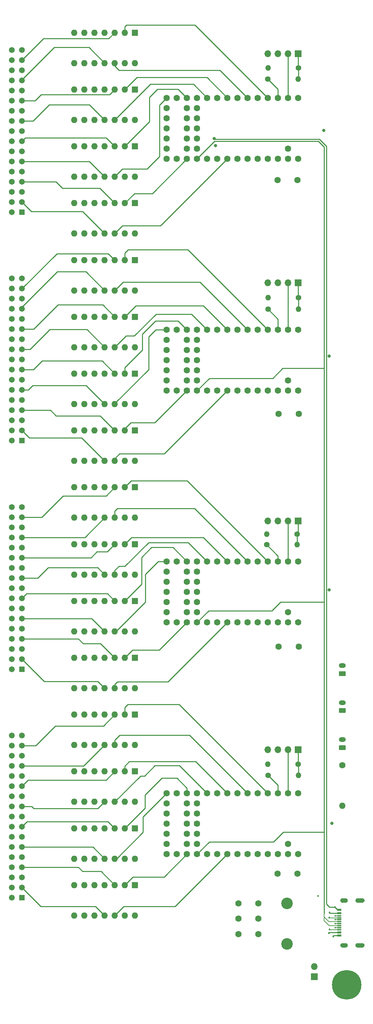
<source format=gbr>
G04 #@! TF.GenerationSoftware,KiCad,Pcbnew,(6.0.4-0)*
G04 #@! TF.CreationDate,2023-02-13T16:27:07-08:00*
G04 #@! TF.ProjectId,widaq-magis-ssr-v2b,77696461-712d-46d6-9167-69732d737372,rev?*
G04 #@! TF.SameCoordinates,Original*
G04 #@! TF.FileFunction,Copper,L1,Top*
G04 #@! TF.FilePolarity,Positive*
%FSLAX46Y46*%
G04 Gerber Fmt 4.6, Leading zero omitted, Abs format (unit mm)*
G04 Created by KiCad (PCBNEW (6.0.4-0)) date 2023-02-13 16:27:07*
%MOMM*%
%LPD*%
G01*
G04 APERTURE LIST*
G04 Aperture macros list*
%AMRoundRect*
0 Rectangle with rounded corners*
0 $1 Rounding radius*
0 $2 $3 $4 $5 $6 $7 $8 $9 X,Y pos of 4 corners*
0 Add a 4 corners polygon primitive as box body*
4,1,4,$2,$3,$4,$5,$6,$7,$8,$9,$2,$3,0*
0 Add four circle primitives for the rounded corners*
1,1,$1+$1,$2,$3*
1,1,$1+$1,$4,$5*
1,1,$1+$1,$6,$7*
1,1,$1+$1,$8,$9*
0 Add four rect primitives between the rounded corners*
20,1,$1+$1,$2,$3,$4,$5,0*
20,1,$1+$1,$4,$5,$6,$7,0*
20,1,$1+$1,$6,$7,$8,$9,0*
20,1,$1+$1,$8,$9,$2,$3,0*%
G04 Aperture macros list end*
G04 #@! TA.AperFunction,EtchedComponent*
%ADD10C,0.010000*%
G04 #@! TD*
G04 #@! TA.AperFunction,ComponentPad*
%ADD11R,1.600000X1.600000*%
G04 #@! TD*
G04 #@! TA.AperFunction,ComponentPad*
%ADD12O,1.600000X1.600000*%
G04 #@! TD*
G04 #@! TA.AperFunction,ComponentPad*
%ADD13RoundRect,0.250000X0.625000X-0.350000X0.625000X0.350000X-0.625000X0.350000X-0.625000X-0.350000X0*%
G04 #@! TD*
G04 #@! TA.AperFunction,ComponentPad*
%ADD14O,1.750000X1.200000*%
G04 #@! TD*
G04 #@! TA.AperFunction,ComponentPad*
%ADD15R,1.700000X1.700000*%
G04 #@! TD*
G04 #@! TA.AperFunction,ComponentPad*
%ADD16O,1.700000X1.700000*%
G04 #@! TD*
G04 #@! TA.AperFunction,ComponentPad*
%ADD17C,1.400000*%
G04 #@! TD*
G04 #@! TA.AperFunction,ComponentPad*
%ADD18O,1.400000X1.400000*%
G04 #@! TD*
G04 #@! TA.AperFunction,ComponentPad*
%ADD19C,1.600000*%
G04 #@! TD*
G04 #@! TA.AperFunction,ComponentPad*
%ADD20C,2.900000*%
G04 #@! TD*
G04 #@! TA.AperFunction,SMDPad,CuDef*
%ADD21R,1.100000X0.600000*%
G04 #@! TD*
G04 #@! TA.AperFunction,SMDPad,CuDef*
%ADD22R,1.100000X0.300000*%
G04 #@! TD*
G04 #@! TA.AperFunction,ComponentPad*
%ADD23O,2.000000X1.000000*%
G04 #@! TD*
G04 #@! TA.AperFunction,ComponentPad*
%ADD24O,1.800000X0.900000*%
G04 #@! TD*
G04 #@! TA.AperFunction,ComponentPad*
%ADD25R,1.473200X1.473200*%
G04 #@! TD*
G04 #@! TA.AperFunction,ComponentPad*
%ADD26C,1.473200*%
G04 #@! TD*
G04 #@! TA.AperFunction,ComponentPad*
%ADD27C,7.400000*%
G04 #@! TD*
G04 #@! TA.AperFunction,ComponentPad*
%ADD28C,0.800000*%
G04 #@! TD*
G04 #@! TA.AperFunction,ViaPad*
%ADD29C,0.457200*%
G04 #@! TD*
G04 #@! TA.AperFunction,ViaPad*
%ADD30C,0.800000*%
G04 #@! TD*
G04 #@! TA.AperFunction,ViaPad*
%ADD31C,0.400000*%
G04 #@! TD*
G04 #@! TA.AperFunction,Conductor*
%ADD32C,0.250000*%
G04 #@! TD*
G04 #@! TA.AperFunction,Conductor*
%ADD33C,0.150000*%
G04 #@! TD*
G04 #@! TA.AperFunction,Conductor*
%ADD34C,0.200000*%
G04 #@! TD*
G04 APERTURE END LIST*
G36*
X346823668Y-316138000D02*
G01*
X346875668Y-316146000D01*
X346926668Y-316159000D01*
X346974668Y-316178000D01*
X347021668Y-316202000D01*
X347065668Y-316230000D01*
X347106668Y-316263000D01*
X347143668Y-316300000D01*
X347176668Y-316341000D01*
X347204668Y-316385000D01*
X347228668Y-316432000D01*
X347247668Y-316480000D01*
X347260668Y-316531000D01*
X347268668Y-316583000D01*
X347271668Y-316635000D01*
X347268668Y-316687000D01*
X347260668Y-316739000D01*
X347247668Y-316790000D01*
X347228668Y-316838000D01*
X347204668Y-316885000D01*
X347176668Y-316929000D01*
X347143668Y-316970000D01*
X347106668Y-317007000D01*
X347065668Y-317040000D01*
X347021668Y-317068000D01*
X346974668Y-317092000D01*
X346926668Y-317111000D01*
X346875668Y-317124000D01*
X346823668Y-317132000D01*
X346771668Y-317135000D01*
X345571668Y-317135000D01*
X345519668Y-317132000D01*
X345467668Y-317124000D01*
X345416668Y-317111000D01*
X345368668Y-317092000D01*
X345321668Y-317068000D01*
X345277668Y-317040000D01*
X345236668Y-317007000D01*
X345199668Y-316970000D01*
X345166668Y-316929000D01*
X345138668Y-316885000D01*
X345114668Y-316838000D01*
X345095668Y-316790000D01*
X345082668Y-316739000D01*
X345074668Y-316687000D01*
X345071668Y-316635000D01*
X345074668Y-316583000D01*
X345082668Y-316531000D01*
X345095668Y-316480000D01*
X345114668Y-316432000D01*
X345138668Y-316385000D01*
X345166668Y-316341000D01*
X345199668Y-316300000D01*
X345236668Y-316263000D01*
X345277668Y-316230000D01*
X345321668Y-316202000D01*
X345368668Y-316178000D01*
X345416668Y-316159000D01*
X345467668Y-316146000D01*
X345519668Y-316138000D01*
X345571668Y-316135000D01*
X346771668Y-316135000D01*
X346823668Y-316138000D01*
G37*
D10*
X346823668Y-316138000D02*
X346875668Y-316146000D01*
X346926668Y-316159000D01*
X346974668Y-316178000D01*
X347021668Y-316202000D01*
X347065668Y-316230000D01*
X347106668Y-316263000D01*
X347143668Y-316300000D01*
X347176668Y-316341000D01*
X347204668Y-316385000D01*
X347228668Y-316432000D01*
X347247668Y-316480000D01*
X347260668Y-316531000D01*
X347268668Y-316583000D01*
X347271668Y-316635000D01*
X347268668Y-316687000D01*
X347260668Y-316739000D01*
X347247668Y-316790000D01*
X347228668Y-316838000D01*
X347204668Y-316885000D01*
X347176668Y-316929000D01*
X347143668Y-316970000D01*
X347106668Y-317007000D01*
X347065668Y-317040000D01*
X347021668Y-317068000D01*
X346974668Y-317092000D01*
X346926668Y-317111000D01*
X346875668Y-317124000D01*
X346823668Y-317132000D01*
X346771668Y-317135000D01*
X345571668Y-317135000D01*
X345519668Y-317132000D01*
X345467668Y-317124000D01*
X345416668Y-317111000D01*
X345368668Y-317092000D01*
X345321668Y-317068000D01*
X345277668Y-317040000D01*
X345236668Y-317007000D01*
X345199668Y-316970000D01*
X345166668Y-316929000D01*
X345138668Y-316885000D01*
X345114668Y-316838000D01*
X345095668Y-316790000D01*
X345082668Y-316739000D01*
X345074668Y-316687000D01*
X345071668Y-316635000D01*
X345074668Y-316583000D01*
X345082668Y-316531000D01*
X345095668Y-316480000D01*
X345114668Y-316432000D01*
X345138668Y-316385000D01*
X345166668Y-316341000D01*
X345199668Y-316300000D01*
X345236668Y-316263000D01*
X345277668Y-316230000D01*
X345321668Y-316202000D01*
X345368668Y-316178000D01*
X345416668Y-316159000D01*
X345467668Y-316146000D01*
X345519668Y-316138000D01*
X345571668Y-316135000D01*
X346771668Y-316135000D01*
X346823668Y-316138000D01*
G36*
X342623668Y-316138000D02*
G01*
X342675668Y-316146000D01*
X342726668Y-316159000D01*
X342774668Y-316178000D01*
X342821668Y-316202000D01*
X342865668Y-316230000D01*
X342906668Y-316263000D01*
X342943668Y-316300000D01*
X342976668Y-316341000D01*
X343004668Y-316385000D01*
X343028668Y-316432000D01*
X343047668Y-316480000D01*
X343060668Y-316531000D01*
X343068668Y-316583000D01*
X343071668Y-316635000D01*
X343068668Y-316687000D01*
X343060668Y-316739000D01*
X343047668Y-316790000D01*
X343028668Y-316838000D01*
X343004668Y-316885000D01*
X342976668Y-316929000D01*
X342943668Y-316970000D01*
X342906668Y-317007000D01*
X342865668Y-317040000D01*
X342821668Y-317068000D01*
X342774668Y-317092000D01*
X342726668Y-317111000D01*
X342675668Y-317124000D01*
X342623668Y-317132000D01*
X342571668Y-317135000D01*
X341771668Y-317135000D01*
X341719668Y-317132000D01*
X341667668Y-317124000D01*
X341616668Y-317111000D01*
X341568668Y-317092000D01*
X341521668Y-317068000D01*
X341477668Y-317040000D01*
X341436668Y-317007000D01*
X341399668Y-316970000D01*
X341366668Y-316929000D01*
X341338668Y-316885000D01*
X341314668Y-316838000D01*
X341295668Y-316790000D01*
X341282668Y-316739000D01*
X341274668Y-316687000D01*
X341271668Y-316635000D01*
X341274668Y-316583000D01*
X341282668Y-316531000D01*
X341295668Y-316480000D01*
X341314668Y-316432000D01*
X341338668Y-316385000D01*
X341366668Y-316341000D01*
X341399668Y-316300000D01*
X341436668Y-316263000D01*
X341477668Y-316230000D01*
X341521668Y-316202000D01*
X341568668Y-316178000D01*
X341616668Y-316159000D01*
X341667668Y-316146000D01*
X341719668Y-316138000D01*
X341771668Y-316135000D01*
X342571668Y-316135000D01*
X342623668Y-316138000D01*
G37*
X342623668Y-316138000D02*
X342675668Y-316146000D01*
X342726668Y-316159000D01*
X342774668Y-316178000D01*
X342821668Y-316202000D01*
X342865668Y-316230000D01*
X342906668Y-316263000D01*
X342943668Y-316300000D01*
X342976668Y-316341000D01*
X343004668Y-316385000D01*
X343028668Y-316432000D01*
X343047668Y-316480000D01*
X343060668Y-316531000D01*
X343068668Y-316583000D01*
X343071668Y-316635000D01*
X343068668Y-316687000D01*
X343060668Y-316739000D01*
X343047668Y-316790000D01*
X343028668Y-316838000D01*
X343004668Y-316885000D01*
X342976668Y-316929000D01*
X342943668Y-316970000D01*
X342906668Y-317007000D01*
X342865668Y-317040000D01*
X342821668Y-317068000D01*
X342774668Y-317092000D01*
X342726668Y-317111000D01*
X342675668Y-317124000D01*
X342623668Y-317132000D01*
X342571668Y-317135000D01*
X341771668Y-317135000D01*
X341719668Y-317132000D01*
X341667668Y-317124000D01*
X341616668Y-317111000D01*
X341568668Y-317092000D01*
X341521668Y-317068000D01*
X341477668Y-317040000D01*
X341436668Y-317007000D01*
X341399668Y-316970000D01*
X341366668Y-316929000D01*
X341338668Y-316885000D01*
X341314668Y-316838000D01*
X341295668Y-316790000D01*
X341282668Y-316739000D01*
X341274668Y-316687000D01*
X341271668Y-316635000D01*
X341274668Y-316583000D01*
X341282668Y-316531000D01*
X341295668Y-316480000D01*
X341314668Y-316432000D01*
X341338668Y-316385000D01*
X341366668Y-316341000D01*
X341399668Y-316300000D01*
X341436668Y-316263000D01*
X341477668Y-316230000D01*
X341521668Y-316202000D01*
X341568668Y-316178000D01*
X341616668Y-316159000D01*
X341667668Y-316146000D01*
X341719668Y-316138000D01*
X341771668Y-316135000D01*
X342571668Y-316135000D01*
X342623668Y-316138000D01*
G36*
X346823668Y-327378000D02*
G01*
X346875668Y-327386000D01*
X346926668Y-327399000D01*
X346974668Y-327418000D01*
X347021668Y-327442000D01*
X347065668Y-327470000D01*
X347106668Y-327503000D01*
X347143668Y-327540000D01*
X347176668Y-327581000D01*
X347204668Y-327625000D01*
X347228668Y-327672000D01*
X347247668Y-327720000D01*
X347260668Y-327771000D01*
X347268668Y-327823000D01*
X347271668Y-327875000D01*
X347268668Y-327927000D01*
X347260668Y-327979000D01*
X347247668Y-328030000D01*
X347228668Y-328078000D01*
X347204668Y-328125000D01*
X347176668Y-328169000D01*
X347143668Y-328210000D01*
X347106668Y-328247000D01*
X347065668Y-328280000D01*
X347021668Y-328308000D01*
X346974668Y-328332000D01*
X346926668Y-328351000D01*
X346875668Y-328364000D01*
X346823668Y-328372000D01*
X346771668Y-328375000D01*
X345571668Y-328375000D01*
X345519668Y-328372000D01*
X345467668Y-328364000D01*
X345416668Y-328351000D01*
X345368668Y-328332000D01*
X345321668Y-328308000D01*
X345277668Y-328280000D01*
X345236668Y-328247000D01*
X345199668Y-328210000D01*
X345166668Y-328169000D01*
X345138668Y-328125000D01*
X345114668Y-328078000D01*
X345095668Y-328030000D01*
X345082668Y-327979000D01*
X345074668Y-327927000D01*
X345071668Y-327875000D01*
X345074668Y-327823000D01*
X345082668Y-327771000D01*
X345095668Y-327720000D01*
X345114668Y-327672000D01*
X345138668Y-327625000D01*
X345166668Y-327581000D01*
X345199668Y-327540000D01*
X345236668Y-327503000D01*
X345277668Y-327470000D01*
X345321668Y-327442000D01*
X345368668Y-327418000D01*
X345416668Y-327399000D01*
X345467668Y-327386000D01*
X345519668Y-327378000D01*
X345571668Y-327375000D01*
X346771668Y-327375000D01*
X346823668Y-327378000D01*
G37*
X346823668Y-327378000D02*
X346875668Y-327386000D01*
X346926668Y-327399000D01*
X346974668Y-327418000D01*
X347021668Y-327442000D01*
X347065668Y-327470000D01*
X347106668Y-327503000D01*
X347143668Y-327540000D01*
X347176668Y-327581000D01*
X347204668Y-327625000D01*
X347228668Y-327672000D01*
X347247668Y-327720000D01*
X347260668Y-327771000D01*
X347268668Y-327823000D01*
X347271668Y-327875000D01*
X347268668Y-327927000D01*
X347260668Y-327979000D01*
X347247668Y-328030000D01*
X347228668Y-328078000D01*
X347204668Y-328125000D01*
X347176668Y-328169000D01*
X347143668Y-328210000D01*
X347106668Y-328247000D01*
X347065668Y-328280000D01*
X347021668Y-328308000D01*
X346974668Y-328332000D01*
X346926668Y-328351000D01*
X346875668Y-328364000D01*
X346823668Y-328372000D01*
X346771668Y-328375000D01*
X345571668Y-328375000D01*
X345519668Y-328372000D01*
X345467668Y-328364000D01*
X345416668Y-328351000D01*
X345368668Y-328332000D01*
X345321668Y-328308000D01*
X345277668Y-328280000D01*
X345236668Y-328247000D01*
X345199668Y-328210000D01*
X345166668Y-328169000D01*
X345138668Y-328125000D01*
X345114668Y-328078000D01*
X345095668Y-328030000D01*
X345082668Y-327979000D01*
X345074668Y-327927000D01*
X345071668Y-327875000D01*
X345074668Y-327823000D01*
X345082668Y-327771000D01*
X345095668Y-327720000D01*
X345114668Y-327672000D01*
X345138668Y-327625000D01*
X345166668Y-327581000D01*
X345199668Y-327540000D01*
X345236668Y-327503000D01*
X345277668Y-327470000D01*
X345321668Y-327442000D01*
X345368668Y-327418000D01*
X345416668Y-327399000D01*
X345467668Y-327386000D01*
X345519668Y-327378000D01*
X345571668Y-327375000D01*
X346771668Y-327375000D01*
X346823668Y-327378000D01*
G36*
X342623668Y-327378000D02*
G01*
X342675668Y-327386000D01*
X342726668Y-327399000D01*
X342774668Y-327418000D01*
X342821668Y-327442000D01*
X342865668Y-327470000D01*
X342906668Y-327503000D01*
X342943668Y-327540000D01*
X342976668Y-327581000D01*
X343004668Y-327625000D01*
X343028668Y-327672000D01*
X343047668Y-327720000D01*
X343060668Y-327771000D01*
X343068668Y-327823000D01*
X343071668Y-327875000D01*
X343068668Y-327927000D01*
X343060668Y-327979000D01*
X343047668Y-328030000D01*
X343028668Y-328078000D01*
X343004668Y-328125000D01*
X342976668Y-328169000D01*
X342943668Y-328210000D01*
X342906668Y-328247000D01*
X342865668Y-328280000D01*
X342821668Y-328308000D01*
X342774668Y-328332000D01*
X342726668Y-328351000D01*
X342675668Y-328364000D01*
X342623668Y-328372000D01*
X342571668Y-328375000D01*
X341771668Y-328375000D01*
X341719668Y-328372000D01*
X341667668Y-328364000D01*
X341616668Y-328351000D01*
X341568668Y-328332000D01*
X341521668Y-328308000D01*
X341477668Y-328280000D01*
X341436668Y-328247000D01*
X341399668Y-328210000D01*
X341366668Y-328169000D01*
X341338668Y-328125000D01*
X341314668Y-328078000D01*
X341295668Y-328030000D01*
X341282668Y-327979000D01*
X341274668Y-327927000D01*
X341271668Y-327875000D01*
X341274668Y-327823000D01*
X341282668Y-327771000D01*
X341295668Y-327720000D01*
X341314668Y-327672000D01*
X341338668Y-327625000D01*
X341366668Y-327581000D01*
X341399668Y-327540000D01*
X341436668Y-327503000D01*
X341477668Y-327470000D01*
X341521668Y-327442000D01*
X341568668Y-327418000D01*
X341616668Y-327399000D01*
X341667668Y-327386000D01*
X341719668Y-327378000D01*
X341771668Y-327375000D01*
X342571668Y-327375000D01*
X342623668Y-327378000D01*
G37*
X342623668Y-327378000D02*
X342675668Y-327386000D01*
X342726668Y-327399000D01*
X342774668Y-327418000D01*
X342821668Y-327442000D01*
X342865668Y-327470000D01*
X342906668Y-327503000D01*
X342943668Y-327540000D01*
X342976668Y-327581000D01*
X343004668Y-327625000D01*
X343028668Y-327672000D01*
X343047668Y-327720000D01*
X343060668Y-327771000D01*
X343068668Y-327823000D01*
X343071668Y-327875000D01*
X343068668Y-327927000D01*
X343060668Y-327979000D01*
X343047668Y-328030000D01*
X343028668Y-328078000D01*
X343004668Y-328125000D01*
X342976668Y-328169000D01*
X342943668Y-328210000D01*
X342906668Y-328247000D01*
X342865668Y-328280000D01*
X342821668Y-328308000D01*
X342774668Y-328332000D01*
X342726668Y-328351000D01*
X342675668Y-328364000D01*
X342623668Y-328372000D01*
X342571668Y-328375000D01*
X341771668Y-328375000D01*
X341719668Y-328372000D01*
X341667668Y-328364000D01*
X341616668Y-328351000D01*
X341568668Y-328332000D01*
X341521668Y-328308000D01*
X341477668Y-328280000D01*
X341436668Y-328247000D01*
X341399668Y-328210000D01*
X341366668Y-328169000D01*
X341338668Y-328125000D01*
X341314668Y-328078000D01*
X341295668Y-328030000D01*
X341282668Y-327979000D01*
X341274668Y-327927000D01*
X341271668Y-327875000D01*
X341274668Y-327823000D01*
X341282668Y-327771000D01*
X341295668Y-327720000D01*
X341314668Y-327672000D01*
X341338668Y-327625000D01*
X341366668Y-327581000D01*
X341399668Y-327540000D01*
X341436668Y-327503000D01*
X341477668Y-327470000D01*
X341521668Y-327442000D01*
X341568668Y-327418000D01*
X341616668Y-327399000D01*
X341667668Y-327386000D01*
X341719668Y-327378000D01*
X341771668Y-327375000D01*
X342571668Y-327375000D01*
X342623668Y-327378000D01*
D11*
X289725000Y-241608332D03*
D12*
X287185000Y-241608332D03*
X284645000Y-241608332D03*
X282105000Y-241608332D03*
X279565000Y-241608332D03*
X277025000Y-241608332D03*
X274485000Y-241608332D03*
X274485000Y-249228332D03*
X277025000Y-249228332D03*
X279565000Y-249228332D03*
X282105000Y-249228332D03*
X284645000Y-249228332D03*
X287185000Y-249228332D03*
X289725000Y-249228332D03*
D11*
X289725000Y-113433338D03*
D12*
X287185000Y-113433338D03*
X284645000Y-113433338D03*
X282105000Y-113433338D03*
X279565000Y-113433338D03*
X277025000Y-113433338D03*
X274485000Y-113433338D03*
X274485000Y-121053338D03*
X277025000Y-121053338D03*
X279565000Y-121053338D03*
X282105000Y-121053338D03*
X284645000Y-121053338D03*
X287185000Y-121053338D03*
X289725000Y-121053338D03*
D11*
X289725000Y-99191672D03*
D12*
X287185000Y-99191672D03*
X284645000Y-99191672D03*
X282105000Y-99191672D03*
X279565000Y-99191672D03*
X277025000Y-99191672D03*
X274485000Y-99191672D03*
X274485000Y-106811672D03*
X277025000Y-106811672D03*
X279565000Y-106811672D03*
X282105000Y-106811672D03*
X284645000Y-106811672D03*
X287185000Y-106811672D03*
X289725000Y-106811672D03*
D11*
X289725000Y-298574996D03*
D12*
X287185000Y-298574996D03*
X284645000Y-298574996D03*
X282105000Y-298574996D03*
X279565000Y-298574996D03*
X277025000Y-298574996D03*
X274485000Y-298574996D03*
X274485000Y-306194996D03*
X277025000Y-306194996D03*
X279565000Y-306194996D03*
X282105000Y-306194996D03*
X284645000Y-306194996D03*
X287185000Y-306194996D03*
X289725000Y-306194996D03*
D11*
X289725000Y-312816672D03*
D12*
X287185000Y-312816672D03*
X284645000Y-312816672D03*
X282105000Y-312816672D03*
X279565000Y-312816672D03*
X277025000Y-312816672D03*
X274485000Y-312816672D03*
X274485000Y-320436672D03*
X277025000Y-320436672D03*
X279565000Y-320436672D03*
X282105000Y-320436672D03*
X284645000Y-320436672D03*
X287185000Y-320436672D03*
X289725000Y-320436672D03*
D13*
X341771668Y-269100000D03*
D14*
X341771668Y-267100000D03*
D15*
X330686668Y-221575000D03*
D16*
X328146668Y-221575000D03*
X325606668Y-221575000D03*
X323066668Y-221575000D03*
D17*
X322776668Y-227525000D03*
D18*
X330396668Y-227525000D03*
D19*
X315686668Y-317370000D03*
X320686668Y-317370000D03*
X315686668Y-325070000D03*
X320686668Y-325070000D03*
D11*
X289725000Y-270091664D03*
D12*
X287185000Y-270091664D03*
X284645000Y-270091664D03*
X282105000Y-270091664D03*
X279565000Y-270091664D03*
X277025000Y-270091664D03*
X274485000Y-270091664D03*
X274485000Y-277711664D03*
X277025000Y-277711664D03*
X279565000Y-277711664D03*
X282105000Y-277711664D03*
X284645000Y-277711664D03*
X287185000Y-277711664D03*
X289725000Y-277711664D03*
D17*
X330736668Y-165575000D03*
D18*
X323116668Y-165575000D03*
D19*
X315686668Y-321220000D03*
X320686668Y-321220000D03*
D11*
X289725000Y-127675004D03*
D12*
X287185000Y-127675004D03*
X284645000Y-127675004D03*
X282105000Y-127675004D03*
X279565000Y-127675004D03*
X277025000Y-127675004D03*
X274485000Y-127675004D03*
X274485000Y-135295004D03*
X277025000Y-135295004D03*
X279565000Y-135295004D03*
X282105000Y-135295004D03*
X284645000Y-135295004D03*
X287185000Y-135295004D03*
X289725000Y-135295004D03*
D15*
X330711668Y-278900000D03*
D16*
X328171668Y-278900000D03*
X325631668Y-278900000D03*
X323091668Y-278900000D03*
D20*
X327875000Y-327530000D03*
X327875000Y-317370000D03*
D17*
X323126668Y-168475000D03*
D18*
X330746668Y-168475000D03*
D11*
X289725000Y-184641668D03*
D12*
X287185000Y-184641668D03*
X284645000Y-184641668D03*
X282105000Y-184641668D03*
X279565000Y-184641668D03*
X277025000Y-184641668D03*
X274485000Y-184641668D03*
X274485000Y-192261668D03*
X277025000Y-192261668D03*
X279565000Y-192261668D03*
X282105000Y-192261668D03*
X284645000Y-192261668D03*
X287185000Y-192261668D03*
X289725000Y-192261668D03*
D19*
X325811668Y-253050000D03*
X330811668Y-253050000D03*
X330711668Y-115555000D03*
X328171668Y-115555000D03*
X325631668Y-115555000D03*
X323091668Y-115555000D03*
X320551668Y-115555000D03*
X318011668Y-115555000D03*
X315471668Y-115555000D03*
X312931668Y-115555000D03*
X310391668Y-115555000D03*
X307851668Y-115555000D03*
X305311668Y-115555000D03*
X302771668Y-115555000D03*
X300231668Y-115555000D03*
X297691668Y-115555000D03*
X297691668Y-118095000D03*
X297691668Y-120635000D03*
X297691668Y-123175000D03*
X297691668Y-125715000D03*
X297691668Y-128255000D03*
X297691668Y-130795000D03*
X300231668Y-130795000D03*
X302771668Y-130795000D03*
X305311668Y-130795000D03*
X307851668Y-130795000D03*
X310391668Y-130795000D03*
X312931668Y-130795000D03*
X315471668Y-130795000D03*
X318011668Y-130795000D03*
X320551668Y-130795000D03*
X323091668Y-130795000D03*
X325631668Y-130795000D03*
X328171668Y-130795000D03*
X330711668Y-130795000D03*
X328171668Y-128255000D03*
X302771668Y-128255000D03*
X305311668Y-128255000D03*
X302771668Y-125715000D03*
X305311668Y-125715000D03*
X302771668Y-123175000D03*
X305311668Y-123175000D03*
X302771668Y-120635000D03*
X305311668Y-120635000D03*
X302771668Y-118095000D03*
X305311668Y-118095000D03*
D21*
X341021668Y-325455000D03*
X341021668Y-324655000D03*
D22*
X341021668Y-323505000D03*
X341021668Y-322505000D03*
X341021668Y-322005000D03*
X341021668Y-321005000D03*
D21*
X341021668Y-319055000D03*
X341021668Y-319855000D03*
D22*
X341021668Y-320505000D03*
X341021668Y-321505000D03*
X341021668Y-323005000D03*
X341021668Y-324005000D03*
D23*
X346171668Y-327875000D03*
X346171668Y-316635000D03*
D24*
X342171668Y-327875000D03*
X342171668Y-316635000D03*
D19*
X325486668Y-309975000D03*
X330486668Y-309975000D03*
X325811668Y-194725000D03*
X330811668Y-194725000D03*
D11*
X289725000Y-141916670D03*
D12*
X287185000Y-141916670D03*
X284645000Y-141916670D03*
X282105000Y-141916670D03*
X279565000Y-141916670D03*
X277025000Y-141916670D03*
X274485000Y-141916670D03*
X274485000Y-149536670D03*
X277025000Y-149536670D03*
X279565000Y-149536670D03*
X282105000Y-149536670D03*
X284645000Y-149536670D03*
X287185000Y-149536670D03*
X289725000Y-149536670D03*
D17*
X330751668Y-108050000D03*
D18*
X323131668Y-108050000D03*
D11*
X289725000Y-198883334D03*
D12*
X287185000Y-198883334D03*
X284645000Y-198883334D03*
X282105000Y-198883334D03*
X279565000Y-198883334D03*
X277025000Y-198883334D03*
X274485000Y-198883334D03*
X274485000Y-206503334D03*
X277025000Y-206503334D03*
X279565000Y-206503334D03*
X282105000Y-206503334D03*
X284645000Y-206503334D03*
X287185000Y-206503334D03*
X289725000Y-206503334D03*
D13*
X341771668Y-278375000D03*
D14*
X341771668Y-276375000D03*
D11*
X289725000Y-284333330D03*
D12*
X287185000Y-284333330D03*
X284645000Y-284333330D03*
X282105000Y-284333330D03*
X279565000Y-284333330D03*
X277025000Y-284333330D03*
X274485000Y-284333330D03*
X274485000Y-291953330D03*
X277025000Y-291953330D03*
X279565000Y-291953330D03*
X282105000Y-291953330D03*
X284645000Y-291953330D03*
X287185000Y-291953330D03*
X289725000Y-291953330D03*
D15*
X330711668Y-104450000D03*
D16*
X328171668Y-104450000D03*
X325631668Y-104450000D03*
X323091668Y-104450000D03*
D19*
X330711668Y-289830000D03*
X328171668Y-289830000D03*
X325631668Y-289830000D03*
X323091668Y-289830000D03*
X320551668Y-289830000D03*
X318011668Y-289830000D03*
X315471668Y-289830000D03*
X312931668Y-289830000D03*
X310391668Y-289830000D03*
X307851668Y-289830000D03*
X305311668Y-289830000D03*
X302771668Y-289830000D03*
X300231668Y-289830000D03*
X297691668Y-289830000D03*
X297691668Y-292370000D03*
X297691668Y-294910000D03*
X297691668Y-297450000D03*
X297691668Y-299990000D03*
X297691668Y-302530000D03*
X297691668Y-305070000D03*
X300231668Y-305070000D03*
X302771668Y-305070000D03*
X305311668Y-305070000D03*
X307851668Y-305070000D03*
X310391668Y-305070000D03*
X312931668Y-305070000D03*
X315471668Y-305070000D03*
X318011668Y-305070000D03*
X320551668Y-305070000D03*
X323091668Y-305070000D03*
X325631668Y-305070000D03*
X328171668Y-305070000D03*
X330711668Y-305070000D03*
X328171668Y-302530000D03*
X302771668Y-302530000D03*
X305311668Y-302530000D03*
X302771668Y-299990000D03*
X305311668Y-299990000D03*
X302771668Y-297450000D03*
X305311668Y-297450000D03*
X302771668Y-294910000D03*
X305311668Y-294910000D03*
X302771668Y-292370000D03*
X305311668Y-292370000D03*
D15*
X334750000Y-335750000D03*
D16*
X334750000Y-333210000D03*
D19*
X341761668Y-282770000D03*
D12*
X341761668Y-292930000D03*
D25*
X261345000Y-201445000D03*
D26*
X261345000Y-198905000D03*
X261345000Y-196365000D03*
X261345000Y-193825000D03*
X261345000Y-191285000D03*
X261345000Y-188745000D03*
X261345000Y-186205000D03*
X261345000Y-183665000D03*
X261345000Y-181125000D03*
X261345000Y-178585000D03*
X261345000Y-176045000D03*
X261345000Y-173505000D03*
X261345000Y-170965000D03*
X261345000Y-168425000D03*
X261345000Y-165885000D03*
X261345000Y-163345000D03*
X261345000Y-160805000D03*
X258805000Y-201445000D03*
X258805000Y-198905000D03*
X258805000Y-196365000D03*
X258805000Y-193825000D03*
X258805000Y-191285000D03*
X258805000Y-188745000D03*
X258805000Y-186205000D03*
X258805000Y-183665000D03*
X258805000Y-181125000D03*
X258805000Y-178585000D03*
X258805000Y-176045000D03*
X258805000Y-173505000D03*
X258805000Y-170965000D03*
X258805000Y-168425000D03*
X258805000Y-165885000D03*
X258805000Y-163345000D03*
X258805000Y-160805000D03*
D17*
X330411668Y-224850000D03*
D18*
X322791668Y-224850000D03*
D19*
X330711668Y-173646666D03*
X328171668Y-173646666D03*
X325631668Y-173646666D03*
X323091668Y-173646666D03*
X320551668Y-173646666D03*
X318011668Y-173646666D03*
X315471668Y-173646666D03*
X312931668Y-173646666D03*
X310391668Y-173646666D03*
X307851668Y-173646666D03*
X305311668Y-173646666D03*
X302771668Y-173646666D03*
X300231668Y-173646666D03*
X297691668Y-173646666D03*
X297691668Y-176186666D03*
X297691668Y-178726666D03*
X297691668Y-181266666D03*
X297691668Y-183806666D03*
X297691668Y-186346666D03*
X297691668Y-188886666D03*
X300231668Y-188886666D03*
X302771668Y-188886666D03*
X305311668Y-188886666D03*
X307851668Y-188886666D03*
X310391668Y-188886666D03*
X312931668Y-188886666D03*
X315471668Y-188886666D03*
X318011668Y-188886666D03*
X320551668Y-188886666D03*
X323091668Y-188886666D03*
X325631668Y-188886666D03*
X328171668Y-188886666D03*
X330711668Y-188886666D03*
X328171668Y-186346666D03*
X302771668Y-186346666D03*
X305311668Y-186346666D03*
X302771668Y-183806666D03*
X305311668Y-183806666D03*
X302771668Y-181266666D03*
X305311668Y-181266666D03*
X302771668Y-178726666D03*
X305311668Y-178726666D03*
X302771668Y-176186666D03*
X305311668Y-176186666D03*
D11*
X289725000Y-213125000D03*
D12*
X287185000Y-213125000D03*
X284645000Y-213125000D03*
X282105000Y-213125000D03*
X279565000Y-213125000D03*
X277025000Y-213125000D03*
X274485000Y-213125000D03*
X274485000Y-220745000D03*
X277025000Y-220745000D03*
X279565000Y-220745000D03*
X282105000Y-220745000D03*
X284645000Y-220745000D03*
X287185000Y-220745000D03*
X289725000Y-220745000D03*
D27*
X342900000Y-337820000D03*
D28*
X340125000Y-337820000D03*
X344862221Y-335857779D03*
X340937779Y-335857779D03*
X344862221Y-339782221D03*
X342900000Y-340595000D03*
X345675000Y-337820000D03*
X342900000Y-335045000D03*
X340937779Y-339782221D03*
D17*
X323111668Y-285275000D03*
D18*
X330731668Y-285275000D03*
D19*
X325536668Y-136150000D03*
X330536668Y-136150000D03*
D11*
X289725000Y-255849998D03*
D12*
X287185000Y-255849998D03*
X284645000Y-255849998D03*
X282105000Y-255849998D03*
X279565000Y-255849998D03*
X277025000Y-255849998D03*
X274485000Y-255849998D03*
X274485000Y-263469998D03*
X277025000Y-263469998D03*
X279565000Y-263469998D03*
X282105000Y-263469998D03*
X284645000Y-263469998D03*
X287185000Y-263469998D03*
X289725000Y-263469998D03*
D17*
X330721668Y-282500000D03*
D18*
X323101668Y-282500000D03*
D25*
X261345000Y-144186667D03*
D26*
X261345000Y-141646667D03*
X261345000Y-139106667D03*
X261345000Y-136566667D03*
X261345000Y-134026667D03*
X261345000Y-131486667D03*
X261345000Y-128946667D03*
X261345000Y-126406667D03*
X261345000Y-123866667D03*
X261345000Y-121326667D03*
X261345000Y-118786667D03*
X261345000Y-116246667D03*
X261345000Y-113706667D03*
X261345000Y-111166667D03*
X261345000Y-108626667D03*
X261345000Y-106086667D03*
X261345000Y-103546667D03*
X258805000Y-144186667D03*
X258805000Y-141646667D03*
X258805000Y-139106667D03*
X258805000Y-136566667D03*
X258805000Y-134026667D03*
X258805000Y-131486667D03*
X258805000Y-128946667D03*
X258805000Y-126406667D03*
X258805000Y-123866667D03*
X258805000Y-121326667D03*
X258805000Y-118786667D03*
X258805000Y-116246667D03*
X258805000Y-113706667D03*
X258805000Y-111166667D03*
X258805000Y-108626667D03*
X258805000Y-106086667D03*
X258805000Y-103546667D03*
D13*
X341771668Y-259825000D03*
D14*
X341771668Y-257825000D03*
D17*
X323076668Y-110825000D03*
D18*
X330696668Y-110825000D03*
D11*
X289725000Y-227366666D03*
D12*
X287185000Y-227366666D03*
X284645000Y-227366666D03*
X282105000Y-227366666D03*
X279565000Y-227366666D03*
X277025000Y-227366666D03*
X274485000Y-227366666D03*
X274485000Y-234986666D03*
X277025000Y-234986666D03*
X279565000Y-234986666D03*
X282105000Y-234986666D03*
X284645000Y-234986666D03*
X287185000Y-234986666D03*
X289725000Y-234986666D03*
D25*
X261345000Y-258703333D03*
D26*
X261345000Y-256163333D03*
X261345000Y-253623333D03*
X261345000Y-251083333D03*
X261345000Y-248543333D03*
X261345000Y-246003333D03*
X261345000Y-243463333D03*
X261345000Y-240923333D03*
X261345000Y-238383333D03*
X261345000Y-235843333D03*
X261345000Y-233303333D03*
X261345000Y-230763333D03*
X261345000Y-228223333D03*
X261345000Y-225683333D03*
X261345000Y-223143333D03*
X261345000Y-220603333D03*
X261345000Y-218063333D03*
X258805000Y-258703333D03*
X258805000Y-256163333D03*
X258805000Y-253623333D03*
X258805000Y-251083333D03*
X258805000Y-248543333D03*
X258805000Y-246003333D03*
X258805000Y-243463333D03*
X258805000Y-240923333D03*
X258805000Y-238383333D03*
X258805000Y-235843333D03*
X258805000Y-233303333D03*
X258805000Y-230763333D03*
X258805000Y-228223333D03*
X258805000Y-225683333D03*
X258805000Y-223143333D03*
X258805000Y-220603333D03*
X258805000Y-218063333D03*
D11*
X289725000Y-156158336D03*
D12*
X287185000Y-156158336D03*
X284645000Y-156158336D03*
X282105000Y-156158336D03*
X279565000Y-156158336D03*
X277025000Y-156158336D03*
X274485000Y-156158336D03*
X274485000Y-163778336D03*
X277025000Y-163778336D03*
X279565000Y-163778336D03*
X282105000Y-163778336D03*
X284645000Y-163778336D03*
X287185000Y-163778336D03*
X289725000Y-163778336D03*
D25*
X261345000Y-315961667D03*
D26*
X261345000Y-313421667D03*
X261345000Y-310881667D03*
X261345000Y-308341667D03*
X261345000Y-305801667D03*
X261345000Y-303261667D03*
X261345000Y-300721667D03*
X261345000Y-298181667D03*
X261345000Y-295641667D03*
X261345000Y-293101667D03*
X261345000Y-290561667D03*
X261345000Y-288021667D03*
X261345000Y-285481667D03*
X261345000Y-282941667D03*
X261345000Y-280401667D03*
X261345000Y-277861667D03*
X261345000Y-275321667D03*
X258805000Y-315961667D03*
X258805000Y-313421667D03*
X258805000Y-310881667D03*
X258805000Y-308341667D03*
X258805000Y-305801667D03*
X258805000Y-303261667D03*
X258805000Y-300721667D03*
X258805000Y-298181667D03*
X258805000Y-295641667D03*
X258805000Y-293101667D03*
X258805000Y-290561667D03*
X258805000Y-288021667D03*
X258805000Y-285481667D03*
X258805000Y-282941667D03*
X258805000Y-280401667D03*
X258805000Y-277861667D03*
X258805000Y-275321667D03*
D15*
X330686668Y-161850000D03*
D16*
X328146668Y-161850000D03*
X325606668Y-161850000D03*
X323066668Y-161850000D03*
D19*
X330711668Y-231738332D03*
X328171668Y-231738332D03*
X325631668Y-231738332D03*
X323091668Y-231738332D03*
X320551668Y-231738332D03*
X318011668Y-231738332D03*
X315471668Y-231738332D03*
X312931668Y-231738332D03*
X310391668Y-231738332D03*
X307851668Y-231738332D03*
X305311668Y-231738332D03*
X302771668Y-231738332D03*
X300231668Y-231738332D03*
X297691668Y-231738332D03*
X297691668Y-234278332D03*
X297691668Y-236818332D03*
X297691668Y-239358332D03*
X297691668Y-241898332D03*
X297691668Y-244438332D03*
X297691668Y-246978332D03*
X300231668Y-246978332D03*
X302771668Y-246978332D03*
X305311668Y-246978332D03*
X307851668Y-246978332D03*
X310391668Y-246978332D03*
X312931668Y-246978332D03*
X315471668Y-246978332D03*
X318011668Y-246978332D03*
X320551668Y-246978332D03*
X323091668Y-246978332D03*
X325631668Y-246978332D03*
X328171668Y-246978332D03*
X330711668Y-246978332D03*
X328171668Y-244438332D03*
X302771668Y-244438332D03*
X305311668Y-244438332D03*
X302771668Y-241898332D03*
X305311668Y-241898332D03*
X302771668Y-239358332D03*
X305311668Y-239358332D03*
X302771668Y-236818332D03*
X305311668Y-236818332D03*
X302771668Y-234278332D03*
X305311668Y-234278332D03*
D11*
X289725000Y-170400002D03*
D12*
X287185000Y-170400002D03*
X284645000Y-170400002D03*
X282105000Y-170400002D03*
X279565000Y-170400002D03*
X277025000Y-170400002D03*
X274485000Y-170400002D03*
X274485000Y-178020002D03*
X277025000Y-178020002D03*
X279565000Y-178020002D03*
X282105000Y-178020002D03*
X284645000Y-178020002D03*
X287185000Y-178020002D03*
X289725000Y-178020002D03*
D29*
X339886720Y-318349992D03*
D30*
X309911668Y-127525500D03*
D31*
X339975000Y-322500000D03*
X339975000Y-320525000D03*
X339975000Y-321500000D03*
D29*
X339450000Y-325675000D03*
X335686668Y-315550000D03*
D31*
X339975000Y-323500000D03*
D30*
X309601503Y-125683924D03*
D29*
X338575000Y-319650000D03*
X338400000Y-324850000D03*
X338500000Y-321000000D03*
X338575000Y-323925000D03*
D30*
X337136668Y-123725000D03*
X339186668Y-297325000D03*
X338511168Y-238825000D03*
X338511168Y-180225000D03*
D32*
X330686668Y-224575000D02*
X330411668Y-224850000D01*
X330411668Y-227510000D02*
X330396668Y-227525000D01*
X330411668Y-224850000D02*
X330411668Y-227510000D01*
X330686668Y-221575000D02*
X330686668Y-224575000D01*
X328146668Y-231713332D02*
X328171668Y-231738332D01*
X328146668Y-221575000D02*
X328146668Y-231713332D01*
X330686668Y-165525000D02*
X330736668Y-165575000D01*
X330686668Y-161850000D02*
X330686668Y-165525000D01*
X330736668Y-168465000D02*
X330746668Y-168475000D01*
X330736668Y-165575000D02*
X330736668Y-168465000D01*
X328146668Y-173621666D02*
X328171668Y-173646666D01*
X328146668Y-161850000D02*
X328146668Y-173621666D01*
X330751668Y-108050000D02*
X330751668Y-110770000D01*
X330711668Y-108010000D02*
X330751668Y-108050000D01*
X330711668Y-104450000D02*
X330711668Y-108010000D01*
X330751668Y-110770000D02*
X330696668Y-110825000D01*
X328171668Y-115555000D02*
X328171668Y-104450000D01*
X325631668Y-287795000D02*
X325631668Y-289830000D01*
X323111668Y-285275000D02*
X325631668Y-287795000D01*
X322776668Y-227525000D02*
X325631668Y-230380000D01*
X325631668Y-230380000D02*
X325631668Y-231738332D01*
X325631668Y-170980000D02*
X325631668Y-173646666D01*
X323126668Y-168475000D02*
X325631668Y-170980000D01*
X325631668Y-113380000D02*
X325631668Y-115555000D01*
X323076668Y-110825000D02*
X325631668Y-113380000D01*
X330711668Y-278900000D02*
X330711668Y-282490000D01*
X330731668Y-285275000D02*
X330731668Y-282510000D01*
X330711668Y-282490000D02*
X330721668Y-282500000D01*
X330731668Y-282510000D02*
X330721668Y-282500000D01*
X328171668Y-278900000D02*
X328171668Y-289830000D01*
X300786668Y-267525000D02*
X287950000Y-267525000D01*
X287185000Y-268290000D02*
X287185000Y-270091664D01*
X287950000Y-267525000D02*
X287185000Y-268290000D01*
X323091668Y-289830000D02*
X300786668Y-267525000D01*
X318011668Y-289830000D02*
X303406668Y-275225000D01*
X303406668Y-275225000D02*
X285900000Y-275225000D01*
X285900000Y-275225000D02*
X284645000Y-276480000D01*
X284645000Y-276480000D02*
X284645000Y-277711664D01*
X287185000Y-282990000D02*
X287185000Y-284333330D01*
X312931668Y-289830000D02*
X304976668Y-281875000D01*
X288300000Y-281875000D02*
X287185000Y-282990000D01*
X304976668Y-281875000D02*
X288300000Y-281875000D01*
X300921668Y-282900000D02*
X294700000Y-282900000D01*
X292142159Y-285457841D02*
X291140489Y-285457841D01*
X291140489Y-285457841D02*
X284645000Y-291953330D01*
X294700000Y-282900000D02*
X292142159Y-285457841D01*
X307851668Y-289830000D02*
X300921668Y-282900000D01*
X279171671Y-303261667D02*
X261345000Y-303261667D01*
X282105000Y-306194996D02*
X279171671Y-303261667D01*
D33*
X339975000Y-322500000D02*
X341016668Y-322500000D01*
D32*
X340591728Y-319055000D02*
X339886720Y-318349992D01*
X309817579Y-125900000D02*
X309601503Y-125683924D01*
D33*
X339975000Y-320525000D02*
X341001668Y-320525000D01*
D32*
X339886720Y-318349992D02*
X338586660Y-318349992D01*
X337786668Y-317550000D02*
X337786668Y-127675000D01*
D33*
X341021668Y-323505000D02*
X339980000Y-323505000D01*
D32*
X339450000Y-325675000D02*
X339670000Y-325455000D01*
D34*
X339980000Y-323505000D02*
X339975000Y-323500000D01*
X341016668Y-322500000D02*
X341021668Y-322505000D01*
X341001668Y-320525000D02*
X341021668Y-320505000D01*
X339980000Y-321505000D02*
X339975000Y-321500000D01*
D32*
X339670000Y-325455000D02*
X341021668Y-325455000D01*
X337786668Y-127675000D02*
X336011668Y-125900000D01*
X341021668Y-319055000D02*
X340591728Y-319055000D01*
D33*
X341021668Y-321505000D02*
X339980000Y-321505000D01*
D32*
X338586660Y-318349992D02*
X337786668Y-317550000D01*
X336011668Y-125900000D02*
X309817579Y-125900000D01*
X292225000Y-293534996D02*
X292225000Y-290250000D01*
X287185000Y-298574996D02*
X292225000Y-293534996D01*
X296450000Y-286025000D02*
X300300000Y-286025000D01*
X292225000Y-290250000D02*
X296450000Y-286025000D01*
X302771668Y-288496668D02*
X302771668Y-289830000D01*
X300300000Y-286025000D02*
X302771668Y-288496668D01*
X312931668Y-305070000D02*
X299801668Y-318200000D01*
X299801668Y-318200000D02*
X286881672Y-318200000D01*
X286881672Y-318200000D02*
X284645000Y-320436672D01*
X297066668Y-310775000D02*
X289226672Y-310775000D01*
X302771668Y-305070000D02*
X297066668Y-310775000D01*
X289226672Y-310775000D02*
X287185000Y-312816672D01*
X291775000Y-295746668D02*
X291775000Y-299525000D01*
X291775000Y-299525000D02*
X285105004Y-306194996D01*
X285105004Y-306194996D02*
X284645000Y-306194996D01*
X297691668Y-289830000D02*
X291775000Y-295746668D01*
X323091668Y-231738332D02*
X302853336Y-211500000D01*
X288810000Y-211500000D02*
X287185000Y-213125000D01*
X302853336Y-211500000D02*
X288810000Y-211500000D01*
X284645000Y-219105000D02*
X284645000Y-220745000D01*
X304723336Y-218450000D02*
X285300000Y-218450000D01*
X285300000Y-218450000D02*
X284645000Y-219105000D01*
X318011668Y-231738332D02*
X304723336Y-218450000D01*
X306868336Y-225675000D02*
X288876666Y-225675000D01*
X288876666Y-225675000D02*
X287185000Y-227366666D01*
X312931668Y-231738332D02*
X306868336Y-225675000D01*
X307851668Y-231738332D02*
X303063336Y-226950000D01*
X293150000Y-226950000D02*
X287200000Y-232900000D01*
X285700000Y-232900000D02*
X284645000Y-233955000D01*
X287200000Y-232900000D02*
X285700000Y-232900000D01*
X284645000Y-233955000D02*
X284645000Y-234986666D01*
X303063336Y-226950000D02*
X293150000Y-226950000D01*
X291375000Y-237418332D02*
X287185000Y-241608332D01*
X291375000Y-230700000D02*
X291375000Y-237418332D01*
X293875000Y-228200000D02*
X291375000Y-230700000D01*
X299233336Y-228200000D02*
X293875000Y-228200000D01*
X302771668Y-231738332D02*
X299233336Y-228200000D01*
X284645000Y-262555000D02*
X284645000Y-263469998D01*
X312931668Y-246978332D02*
X298010000Y-261900000D01*
X285300000Y-261900000D02*
X284645000Y-262555000D01*
X298010000Y-261900000D02*
X285300000Y-261900000D01*
X284645000Y-298574996D02*
X282945004Y-296875000D01*
X282945004Y-296875000D02*
X262651667Y-296875000D01*
X262651667Y-296875000D02*
X261345000Y-298181667D01*
X302771668Y-246978332D02*
X295825000Y-253925000D01*
X289109998Y-253925000D02*
X287185000Y-255849998D01*
X295825000Y-253925000D02*
X289109998Y-253925000D01*
X292325000Y-234925000D02*
X292325000Y-241900000D01*
X284996668Y-249228332D02*
X284645000Y-249228332D01*
X292325000Y-241900000D02*
X284996668Y-249228332D01*
X295511668Y-231738332D02*
X292325000Y-234925000D01*
X297691668Y-231738332D02*
X295511668Y-231738332D01*
X287185000Y-154440000D02*
X287185000Y-156158336D01*
X323091668Y-173646666D02*
X303020002Y-153575000D01*
X303020002Y-153575000D02*
X288050000Y-153575000D01*
X288050000Y-153575000D02*
X287185000Y-154440000D01*
X286723336Y-161700000D02*
X284645000Y-163778336D01*
X306065002Y-161700000D02*
X286723336Y-161700000D01*
X318011668Y-173646666D02*
X306065002Y-161700000D01*
X306885002Y-167600000D02*
X289985002Y-167600000D01*
X312931668Y-173646666D02*
X306885002Y-167600000D01*
X289985002Y-167600000D02*
X287185000Y-170400002D01*
X307851668Y-173646666D02*
X303930002Y-169725000D01*
X295025000Y-169725000D02*
X289550000Y-175200000D01*
X287465002Y-175200000D02*
X284645000Y-178020002D01*
X289550000Y-175200000D02*
X287465002Y-175200000D01*
X303930002Y-169725000D02*
X295025000Y-169725000D01*
X291575000Y-178700000D02*
X287185000Y-183090000D01*
X287185000Y-183090000D02*
X287185000Y-184641668D01*
X294900000Y-171450000D02*
X291575000Y-174775000D01*
X291575000Y-174775000D02*
X291575000Y-178700000D01*
X302771668Y-173646666D02*
X300575002Y-171450000D01*
X300575002Y-171450000D02*
X294900000Y-171450000D01*
X297068334Y-204750000D02*
X285850000Y-204750000D01*
X284645000Y-205955000D02*
X284645000Y-206503334D01*
X285850000Y-204750000D02*
X284645000Y-205955000D01*
X312931668Y-188886666D02*
X297068334Y-204750000D01*
X287185000Y-198490000D02*
X287185000Y-198883334D01*
X294708334Y-196950000D02*
X288725000Y-196950000D01*
X288725000Y-196950000D02*
X287185000Y-198490000D01*
X302771668Y-188886666D02*
X294708334Y-196950000D01*
X293175000Y-183600000D02*
X284645000Y-192130000D01*
X284645000Y-192130000D02*
X284645000Y-192261668D01*
X293175000Y-175425000D02*
X293175000Y-183600000D01*
X294953334Y-173646666D02*
X293175000Y-175425000D01*
X297691668Y-173646666D02*
X294953334Y-173646666D01*
X287185000Y-97690000D02*
X287185000Y-99191672D01*
X323091668Y-115555000D02*
X304786668Y-97250000D01*
X287625000Y-97250000D02*
X287185000Y-97690000D01*
X304786668Y-97250000D02*
X287625000Y-97250000D01*
X285725000Y-108575000D02*
X284645000Y-107495000D01*
X284645000Y-107495000D02*
X284645000Y-106811672D01*
X318011668Y-115555000D02*
X311031668Y-108575000D01*
X311031668Y-108575000D02*
X285725000Y-108575000D01*
X290193338Y-110425000D02*
X287185000Y-113433338D01*
X312931668Y-115555000D02*
X307801668Y-110425000D01*
X307801668Y-110425000D02*
X290193338Y-110425000D01*
X307851668Y-115555000D02*
X304396668Y-112100000D01*
X304396668Y-112100000D02*
X293598338Y-112100000D01*
X293598338Y-112100000D02*
X284645000Y-121053338D01*
X302771668Y-115555000D02*
X300566668Y-113350000D01*
X293325000Y-115400000D02*
X293325000Y-121525000D01*
X291650000Y-123200000D02*
X291650000Y-123210004D01*
X291650000Y-123210004D02*
X287185000Y-127675004D01*
X295375000Y-113350000D02*
X293325000Y-115400000D01*
X300566668Y-113350000D02*
X295375000Y-113350000D01*
X293325000Y-121525000D02*
X291650000Y-123200000D01*
X296126668Y-147600000D02*
X286581670Y-147600000D01*
X312931668Y-130795000D02*
X296126668Y-147600000D01*
X286581670Y-147600000D02*
X284645000Y-149536670D01*
X302771668Y-130795000D02*
X294066668Y-139500000D01*
X294066668Y-139500000D02*
X289601670Y-139500000D01*
X289601670Y-139500000D02*
X287185000Y-141916670D01*
X286565004Y-133375000D02*
X284645000Y-135295004D01*
X297691668Y-115555000D02*
X295875000Y-117371668D01*
X295875000Y-117371668D02*
X295875000Y-130225000D01*
X295875000Y-130225000D02*
X292725000Y-133375000D01*
X292725000Y-133375000D02*
X286565004Y-133375000D01*
X276874997Y-282941667D02*
X261345000Y-282941667D01*
X282105000Y-277711664D02*
X276874997Y-282941667D01*
X264788333Y-277861667D02*
X261345000Y-277861667D01*
X269725000Y-272925000D02*
X264788333Y-277861667D01*
X284645000Y-270091664D02*
X281811664Y-272925000D01*
X281811664Y-272925000D02*
X269725000Y-272925000D01*
X282105000Y-249228332D02*
X278880001Y-246003333D01*
X278880001Y-246003333D02*
X261345000Y-246003333D01*
X282811668Y-239775000D02*
X262493333Y-239775000D01*
X262493333Y-239775000D02*
X261345000Y-240923333D01*
X284645000Y-241608332D02*
X282811668Y-239775000D01*
X282105000Y-220745000D02*
X277166667Y-225683333D01*
X277166667Y-225683333D02*
X261345000Y-225683333D01*
X271700000Y-215275000D02*
X266371667Y-220603333D01*
X266371667Y-220603333D02*
X261345000Y-220603333D01*
X282495000Y-215275000D02*
X271700000Y-215275000D01*
X284645000Y-213125000D02*
X282495000Y-215275000D01*
X264075000Y-187600000D02*
X262930000Y-188745000D01*
X277443332Y-187600000D02*
X264075000Y-187600000D01*
X262930000Y-188745000D02*
X261345000Y-188745000D01*
X282105000Y-192261668D02*
X277443332Y-187600000D01*
X284645000Y-184641668D02*
X281453332Y-181450000D01*
X281453332Y-181450000D02*
X266425000Y-181450000D01*
X266425000Y-181450000D02*
X264210000Y-183665000D01*
X264210000Y-183665000D02*
X261345000Y-183665000D01*
X277401664Y-159075000D02*
X270200000Y-159075000D01*
X270200000Y-159075000D02*
X261345000Y-167930000D01*
X261345000Y-167930000D02*
X261345000Y-168425000D01*
X282105000Y-163778336D02*
X277401664Y-159075000D01*
X270140000Y-154550000D02*
X261345000Y-163345000D01*
X283036664Y-154550000D02*
X270140000Y-154550000D01*
X284645000Y-156158336D02*
X283036664Y-154550000D01*
X278296663Y-131486667D02*
X261345000Y-131486667D01*
X282105000Y-135295004D02*
X278296663Y-131486667D01*
X284645000Y-127675004D02*
X282494996Y-125525000D01*
X262226667Y-125525000D02*
X261345000Y-126406667D01*
X282494996Y-125525000D02*
X262226667Y-125525000D01*
X261345000Y-111005000D02*
X261345000Y-111166667D01*
X282105000Y-106811672D02*
X278193328Y-102900000D01*
X278193328Y-102900000D02*
X269450000Y-102900000D01*
X269450000Y-102900000D02*
X261345000Y-111005000D01*
X283136672Y-100700000D02*
X266731667Y-100700000D01*
X266731667Y-100700000D02*
X261345000Y-106086667D01*
X284645000Y-99191672D02*
X283136672Y-100700000D01*
X338595000Y-324655000D02*
X338400000Y-324850000D01*
X341021668Y-324655000D02*
X338595000Y-324655000D01*
X338780000Y-319855000D02*
X338575000Y-319650000D01*
X341021668Y-319855000D02*
X338780000Y-319855000D01*
X324086668Y-244050000D02*
X308240000Y-244050000D01*
X337211668Y-241875000D02*
X337211668Y-183300000D01*
X337211668Y-299525000D02*
X326961668Y-299525000D01*
X337211668Y-127850000D02*
X335761668Y-126400000D01*
D34*
X341021668Y-323005000D02*
X341016668Y-323000000D01*
D32*
X309086668Y-127025000D02*
X309081668Y-127025000D01*
X308381668Y-302000000D02*
X305311668Y-305070000D01*
D33*
X338450000Y-323000000D02*
X337211668Y-321761668D01*
D32*
X337211668Y-183300000D02*
X337211668Y-127850000D01*
X337211668Y-241875000D02*
X326261668Y-241875000D01*
X309711668Y-126400000D02*
X309086668Y-127025000D01*
X337211668Y-319925000D02*
X337211668Y-299525000D01*
X335761668Y-126400000D02*
X309711668Y-126400000D01*
X326261668Y-241875000D02*
X324086668Y-244050000D01*
X326811668Y-183300000D02*
X324311668Y-185800000D01*
X337211668Y-299525000D02*
X337211668Y-241875000D01*
D33*
X337211668Y-321761668D02*
X337211668Y-320811668D01*
X338405000Y-322005000D02*
X337211668Y-320811668D01*
D32*
X324311668Y-185800000D02*
X308398334Y-185800000D01*
D33*
X341021668Y-322005000D02*
X338405000Y-322005000D01*
X341016668Y-323000000D02*
X338450000Y-323000000D01*
D32*
X324486668Y-302000000D02*
X308381668Y-302000000D01*
X308240000Y-244050000D02*
X305311668Y-246978332D01*
X308398334Y-185800000D02*
X305311668Y-188886666D01*
D33*
X337211668Y-320811668D02*
X337211668Y-319925000D01*
D32*
X337211668Y-183300000D02*
X326811668Y-183300000D01*
X309081668Y-127025000D02*
X305311668Y-130795000D01*
X326961668Y-299525000D02*
X324486668Y-302000000D01*
D33*
X341021668Y-321005000D02*
X338505000Y-321005000D01*
X338505000Y-321005000D02*
X338500000Y-321000000D01*
D32*
X340998557Y-324028111D02*
X341021668Y-324005000D01*
D33*
X338678111Y-324028111D02*
X340998557Y-324028111D01*
D32*
X266048333Y-318125000D02*
X261345000Y-313421667D01*
X282105000Y-320436672D02*
X279793328Y-318125000D01*
X279793328Y-318125000D02*
X266048333Y-318125000D01*
X284645000Y-312816672D02*
X281228328Y-309400000D01*
X275491667Y-308341667D02*
X261345000Y-308341667D01*
X276550000Y-309400000D02*
X275491667Y-308341667D01*
X281228328Y-309400000D02*
X276550000Y-309400000D01*
X263776667Y-293101667D02*
X261345000Y-293101667D01*
X280408330Y-293650000D02*
X264325000Y-293650000D01*
X282105000Y-291953330D02*
X280408330Y-293650000D01*
X264325000Y-293650000D02*
X263776667Y-293101667D01*
X262891667Y-286475000D02*
X261345000Y-288021667D01*
X284645000Y-284333330D02*
X282503330Y-286475000D01*
X282503330Y-286475000D02*
X262891667Y-286475000D01*
X280410002Y-261775000D02*
X266956667Y-261775000D01*
X282105000Y-263469998D02*
X280410002Y-261775000D01*
X266956667Y-261775000D02*
X261345000Y-256163333D01*
X275508333Y-251083333D02*
X261345000Y-251083333D01*
X281095002Y-252300000D02*
X276725000Y-252300000D01*
X276725000Y-252300000D02*
X275508333Y-251083333D01*
X284645000Y-255849998D02*
X281095002Y-252300000D01*
X280368334Y-233250000D02*
X267950000Y-233250000D01*
X282105000Y-234986666D02*
X280368334Y-233250000D01*
X265356667Y-235843333D02*
X261345000Y-235843333D01*
X267950000Y-233250000D02*
X265356667Y-235843333D01*
X280175000Y-229250000D02*
X282761666Y-229250000D01*
X278661667Y-230763333D02*
X261345000Y-230763333D01*
X282761666Y-229250000D02*
X284645000Y-227366666D01*
X280175000Y-229250000D02*
X278661667Y-230763333D01*
X276326666Y-200725000D02*
X263165000Y-200725000D01*
X263165000Y-200725000D02*
X261345000Y-198905000D01*
X282105000Y-206503334D02*
X276326666Y-200725000D01*
X268500000Y-193825000D02*
X261345000Y-193825000D01*
X284645000Y-198883334D02*
X281011666Y-195250000D01*
X269925000Y-195250000D02*
X268500000Y-193825000D01*
X281011666Y-195250000D02*
X269925000Y-195250000D01*
X268400000Y-173575000D02*
X263390000Y-178585000D01*
X282105000Y-178020002D02*
X277659998Y-173575000D01*
X263390000Y-178585000D02*
X261345000Y-178585000D01*
X277659998Y-173575000D02*
X268400000Y-173575000D01*
X264320000Y-173505000D02*
X261345000Y-173505000D01*
X281644998Y-167400000D02*
X270425000Y-167400000D01*
X270425000Y-167400000D02*
X264320000Y-173505000D01*
X284645000Y-170400002D02*
X281644998Y-167400000D01*
X282105000Y-149536670D02*
X276543330Y-143975000D01*
X276543330Y-143975000D02*
X263673333Y-143975000D01*
X263673333Y-143975000D02*
X261345000Y-141646667D01*
X271500000Y-138150000D02*
X269916667Y-136566667D01*
X269916667Y-136566667D02*
X261345000Y-136566667D01*
X284645000Y-141916670D02*
X280878330Y-138150000D01*
X280878330Y-138150000D02*
X271500000Y-138150000D01*
X268216667Y-117250000D02*
X264140000Y-121326667D01*
X278301662Y-117250000D02*
X268216667Y-117250000D01*
X264140000Y-121326667D02*
X261345000Y-121326667D01*
X282105000Y-121053338D02*
X278301662Y-117250000D01*
X264645000Y-116246667D02*
X261345000Y-116246667D01*
X283353338Y-114725000D02*
X266166667Y-114725000D01*
X266166667Y-114725000D02*
X264645000Y-116246667D01*
X284645000Y-113433338D02*
X283353338Y-114725000D01*
M02*

</source>
